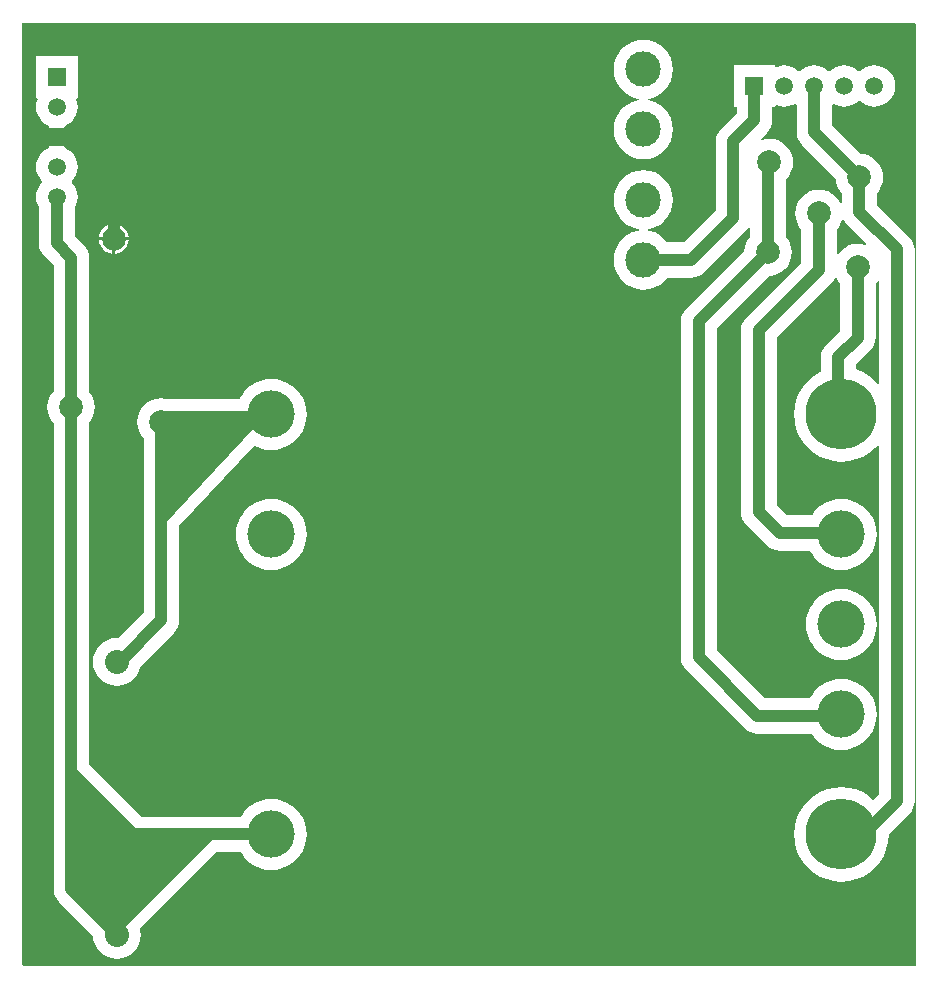
<source format=gtl>
G04*
G04 #@! TF.GenerationSoftware,Altium Limited,Altium Designer,19.0.10 (269)*
G04*
G04 Layer_Physical_Order=1*
G04 Layer_Color=255*
%FSLAX25Y25*%
%MOIN*%
G70*
G01*
G75*
%ADD10C,0.03937*%
%ADD11C,0.05906*%
%ADD12R,0.05906X0.05906*%
%ADD13R,0.05906X0.05906*%
%ADD14C,0.15748*%
%ADD15C,0.23622*%
%ADD16C,0.07874*%
%ADD17C,0.11811*%
%ADD18C,0.08000*%
G36*
X298000Y314000D02*
Y0D01*
X500D01*
X0Y500D01*
Y314500D01*
X297500D01*
X298000Y314000D01*
D02*
G37*
%LPC*%
G36*
X284000Y300423D02*
X282649Y300290D01*
X281351Y299896D01*
X280154Y299256D01*
X279366Y298610D01*
X279000Y298443D01*
X278634Y298610D01*
X277846Y299256D01*
X276649Y299896D01*
X275351Y300290D01*
X274000Y300423D01*
X272649Y300290D01*
X271351Y299896D01*
X270154Y299256D01*
X269366Y298610D01*
X269000Y298443D01*
X268634Y298610D01*
X267846Y299256D01*
X266649Y299896D01*
X265351Y300290D01*
X264000Y300423D01*
X262649Y300290D01*
X261351Y299896D01*
X260154Y299256D01*
X259366Y298610D01*
X259000Y298443D01*
X258634Y298610D01*
X257846Y299256D01*
X256649Y299896D01*
X255351Y300290D01*
X254000Y300423D01*
X252649Y300290D01*
X251390Y299908D01*
X251261Y299914D01*
X250890Y300136D01*
Y300390D01*
X237110D01*
Y286610D01*
X238066D01*
Y284458D01*
X232804Y279196D01*
X232066Y278297D01*
X231518Y277271D01*
X231180Y276158D01*
X231066Y275000D01*
Y251958D01*
X220542Y241434D01*
X214863D01*
X213993Y242493D01*
X212495Y243723D01*
X210785Y244637D01*
X208929Y245200D01*
X208435Y245249D01*
Y245751D01*
X208929Y245800D01*
X210785Y246363D01*
X212495Y247277D01*
X213993Y248507D01*
X215223Y250005D01*
X216137Y251715D01*
X216700Y253571D01*
X216890Y255500D01*
X216700Y257430D01*
X216137Y259285D01*
X215223Y260995D01*
X213993Y262493D01*
X212495Y263723D01*
X210785Y264637D01*
X208929Y265200D01*
X207000Y265390D01*
X205070Y265200D01*
X203215Y264637D01*
X201505Y263723D01*
X200007Y262493D01*
X198777Y260995D01*
X197863Y259285D01*
X197300Y257430D01*
X197110Y255500D01*
X197300Y253571D01*
X197863Y251715D01*
X198777Y250005D01*
X200007Y248507D01*
X201505Y247277D01*
X203215Y246363D01*
X205070Y245800D01*
X205565Y245751D01*
Y245249D01*
X205070Y245200D01*
X203215Y244637D01*
X201505Y243723D01*
X200007Y242493D01*
X198777Y240995D01*
X197863Y239285D01*
X197300Y237429D01*
X197110Y235500D01*
X197300Y233571D01*
X197863Y231715D01*
X198777Y230005D01*
X200007Y228507D01*
X201505Y227277D01*
X203215Y226363D01*
X205070Y225800D01*
X207000Y225610D01*
X208929Y225800D01*
X210785Y226363D01*
X212495Y227277D01*
X213993Y228507D01*
X214863Y229566D01*
X223000D01*
X224158Y229680D01*
X225271Y230018D01*
X226297Y230566D01*
X227196Y231304D01*
X241196Y245304D01*
X241934Y246203D01*
X242066Y246450D01*
X242566Y246325D01*
Y243181D01*
X241921Y242396D01*
X241190Y241028D01*
X240740Y239544D01*
X240640Y238532D01*
X221304Y219196D01*
X220566Y218297D01*
X220018Y217271D01*
X219680Y216158D01*
X219566Y215000D01*
Y103000D01*
X219680Y101842D01*
X220018Y100729D01*
X220566Y99703D01*
X221304Y98804D01*
X240804Y79304D01*
X241703Y78566D01*
X242729Y78018D01*
X243842Y77680D01*
X245000Y77566D01*
X263090D01*
X263415Y77036D01*
X264622Y75622D01*
X266036Y74415D01*
X267621Y73444D01*
X269339Y72732D01*
X271147Y72298D01*
X273000Y72153D01*
X274853Y72298D01*
X276661Y72732D01*
X278379Y73444D01*
X279964Y74415D01*
X281378Y75622D01*
X282585Y77036D01*
X283556Y78621D01*
X284268Y80339D01*
X284702Y82147D01*
X284847Y84000D01*
X284702Y85853D01*
X284268Y87661D01*
X283556Y89379D01*
X282585Y90964D01*
X281378Y92378D01*
X279964Y93585D01*
X278379Y94556D01*
X276661Y95268D01*
X274853Y95702D01*
X273000Y95847D01*
X271147Y95702D01*
X269339Y95268D01*
X267621Y94556D01*
X266036Y93585D01*
X264622Y92378D01*
X263415Y90964D01*
X262478Y89434D01*
X247458D01*
X231434Y105458D01*
Y212542D01*
X249032Y230140D01*
X250044Y230240D01*
X251528Y230690D01*
X252896Y231421D01*
X254095Y232405D01*
X255079Y233604D01*
X255810Y234972D01*
X256260Y236456D01*
X256412Y238000D01*
X256260Y239544D01*
X255810Y241028D01*
X255079Y242396D01*
X254434Y243181D01*
Y262274D01*
X254595Y262405D01*
X255579Y263604D01*
X256310Y264972D01*
X256760Y266456D01*
X256912Y268000D01*
X256760Y269544D01*
X256310Y271028D01*
X255579Y272396D01*
X254595Y273595D01*
X253396Y274579D01*
X252028Y275310D01*
X250544Y275760D01*
X249000Y275912D01*
X247456Y275760D01*
X246599Y275500D01*
X246334Y275942D01*
X248196Y277804D01*
X248196Y277804D01*
X248934Y278703D01*
X249482Y279729D01*
X249820Y280842D01*
X249934Y282000D01*
Y286610D01*
X250890D01*
Y286864D01*
X251261Y287087D01*
X251390Y287092D01*
X252649Y286710D01*
X254000Y286577D01*
X255351Y286710D01*
X256649Y287104D01*
X257566Y287594D01*
X258066Y287294D01*
Y278000D01*
X258180Y276842D01*
X258518Y275729D01*
X259066Y274703D01*
X259804Y273804D01*
X271140Y262468D01*
X271240Y261456D01*
X271690Y259972D01*
X272421Y258604D01*
X273066Y257819D01*
Y254609D01*
X272566Y254484D01*
X272079Y255396D01*
X271095Y256595D01*
X269896Y257579D01*
X268528Y258310D01*
X267044Y258760D01*
X265500Y258912D01*
X263956Y258760D01*
X262472Y258310D01*
X261104Y257579D01*
X259905Y256595D01*
X258921Y255396D01*
X258190Y254028D01*
X257740Y252544D01*
X257588Y251000D01*
X257740Y249456D01*
X258190Y247972D01*
X258921Y246604D01*
X259566Y245819D01*
Y234458D01*
X241304Y216196D01*
X240566Y215297D01*
X240018Y214271D01*
X239680Y213158D01*
X239566Y212000D01*
Y151500D01*
X239680Y150342D01*
X240018Y149229D01*
X240566Y148203D01*
X241304Y147304D01*
X248304Y140304D01*
X248304Y140304D01*
X249203Y139566D01*
X250229Y139018D01*
X251342Y138680D01*
X252500Y138566D01*
X262478D01*
X263415Y137036D01*
X264622Y135623D01*
X266036Y134415D01*
X267621Y133444D01*
X269339Y132732D01*
X271147Y132298D01*
X273000Y132152D01*
X274853Y132298D01*
X276661Y132732D01*
X278379Y133444D01*
X279964Y134415D01*
X281378Y135623D01*
X282585Y137036D01*
X283556Y138621D01*
X284268Y140339D01*
X284702Y142147D01*
X284847Y144000D01*
X284702Y145853D01*
X284268Y147661D01*
X283556Y149379D01*
X282585Y150964D01*
X281378Y152377D01*
X279964Y153585D01*
X278379Y154556D01*
X276661Y155268D01*
X274853Y155702D01*
X273000Y155848D01*
X271147Y155702D01*
X269339Y155268D01*
X267621Y154556D01*
X266036Y153585D01*
X264622Y152377D01*
X263415Y150964D01*
X263090Y150434D01*
X254958D01*
X251434Y153958D01*
Y209542D01*
X269696Y227804D01*
X270434Y228703D01*
X270868Y229515D01*
X271427Y229529D01*
X271921Y228604D01*
X272566Y227819D01*
Y211958D01*
X267804Y207196D01*
X267066Y206297D01*
X266518Y205271D01*
X266180Y204158D01*
X266066Y203000D01*
Y198173D01*
X265828Y198075D01*
X263715Y196780D01*
X261830Y195170D01*
X260220Y193285D01*
X258925Y191172D01*
X257976Y188882D01*
X257398Y186471D01*
X257203Y184000D01*
X257398Y181529D01*
X257976Y179119D01*
X258925Y176828D01*
X260220Y174715D01*
X261830Y172830D01*
X263715Y171220D01*
X265828Y169925D01*
X268119Y168976D01*
X270529Y168398D01*
X273000Y168203D01*
X275471Y168398D01*
X277882Y168976D01*
X280172Y169925D01*
X282285Y171220D01*
X284170Y172830D01*
X285097Y173915D01*
X285566Y173742D01*
X285566Y57458D01*
X283689Y55581D01*
X282285Y56780D01*
X280172Y58075D01*
X277882Y59024D01*
X275471Y59602D01*
X273000Y59797D01*
X270529Y59602D01*
X268119Y59024D01*
X265828Y58075D01*
X263715Y56780D01*
X261830Y55170D01*
X260220Y53285D01*
X258925Y51172D01*
X257976Y48882D01*
X257398Y46471D01*
X257203Y44000D01*
X257398Y41529D01*
X257976Y39118D01*
X258925Y36828D01*
X260220Y34715D01*
X261830Y32830D01*
X263715Y31220D01*
X265828Y29925D01*
X268119Y28976D01*
X270529Y28398D01*
X273000Y28203D01*
X275471Y28398D01*
X277882Y28976D01*
X280172Y29925D01*
X282285Y31220D01*
X284170Y32830D01*
X285780Y34715D01*
X287075Y36828D01*
X288024Y39118D01*
X288602Y41529D01*
X288789Y43896D01*
X295696Y50804D01*
X296434Y51703D01*
X296982Y52729D01*
X297320Y53842D01*
X297434Y55000D01*
X297434Y238500D01*
Y239000D01*
X297320Y240158D01*
X296982Y241271D01*
X296434Y242297D01*
X295696Y243196D01*
X284934Y253958D01*
Y257819D01*
X285579Y258604D01*
X286310Y259972D01*
X286760Y261456D01*
X286912Y263000D01*
X286760Y264544D01*
X286310Y266028D01*
X285579Y267396D01*
X284595Y268595D01*
X283396Y269579D01*
X282028Y270310D01*
X280544Y270760D01*
X279532Y270860D01*
X269934Y280458D01*
Y287294D01*
X270434Y287594D01*
X271351Y287104D01*
X272649Y286710D01*
X274000Y286577D01*
X275351Y286710D01*
X276649Y287104D01*
X277846Y287744D01*
X278634Y288390D01*
X279000Y288557D01*
X279366Y288390D01*
X280154Y287744D01*
X281351Y287104D01*
X282649Y286710D01*
X284000Y286577D01*
X285351Y286710D01*
X286649Y287104D01*
X287846Y287744D01*
X288895Y288605D01*
X289756Y289654D01*
X290396Y290851D01*
X290790Y292149D01*
X290923Y293500D01*
X290790Y294851D01*
X290396Y296149D01*
X289756Y297346D01*
X288895Y298395D01*
X287846Y299256D01*
X286649Y299896D01*
X285351Y300290D01*
X284000Y300423D01*
D02*
G37*
G36*
X18390Y303390D02*
X4610D01*
Y289610D01*
X4864D01*
X5086Y289239D01*
X5092Y289110D01*
X4710Y287851D01*
X4577Y286500D01*
X4710Y285149D01*
X5104Y283851D01*
X5744Y282654D01*
X6605Y281605D01*
X7654Y280744D01*
X8851Y280104D01*
X8938Y280077D01*
X9028Y279585D01*
X13972D01*
X14062Y280077D01*
X14149Y280104D01*
X15346Y280744D01*
X16395Y281605D01*
X17256Y282654D01*
X17896Y283851D01*
X18290Y285149D01*
X18423Y286500D01*
X18290Y287851D01*
X17908Y289110D01*
X17913Y289239D01*
X18136Y289610D01*
X18390D01*
Y303390D01*
D02*
G37*
G36*
X15421Y277000D02*
Y277000D01*
D01*
Y277000D01*
D02*
G37*
G36*
Y276000D02*
D01*
Y276000D01*
Y276000D01*
D02*
G37*
G36*
X207000Y308890D02*
X205070Y308700D01*
X203215Y308137D01*
X201505Y307223D01*
X200007Y305993D01*
X198777Y304495D01*
X197863Y302785D01*
X197300Y300929D01*
X197110Y299000D01*
X197300Y297071D01*
X197863Y295215D01*
X198777Y293505D01*
X200007Y292007D01*
X201505Y290777D01*
X203215Y289863D01*
X205070Y289300D01*
X205565Y289251D01*
Y288749D01*
X205070Y288700D01*
X203215Y288137D01*
X201505Y287223D01*
X200007Y285993D01*
X198777Y284495D01*
X197863Y282785D01*
X197300Y280929D01*
X197110Y279000D01*
X197300Y277070D01*
X197863Y275215D01*
X198777Y273505D01*
X200007Y272007D01*
X201505Y270777D01*
X203215Y269863D01*
X205070Y269300D01*
X207000Y269110D01*
X208929Y269300D01*
X210785Y269863D01*
X212495Y270777D01*
X213993Y272007D01*
X215223Y273505D01*
X216137Y275215D01*
X216700Y277070D01*
X216890Y279000D01*
X216700Y280929D01*
X216137Y282785D01*
X215223Y284495D01*
X213993Y285993D01*
X212495Y287223D01*
X210785Y288137D01*
X208929Y288700D01*
X208435Y288749D01*
Y289251D01*
X208929Y289300D01*
X210785Y289863D01*
X212495Y290777D01*
X213993Y292007D01*
X215223Y293505D01*
X216137Y295215D01*
X216700Y297071D01*
X216890Y299000D01*
X216700Y300929D01*
X216137Y302785D01*
X215223Y304495D01*
X213993Y305993D01*
X212495Y307223D01*
X210785Y308137D01*
X208929Y308700D01*
X207000Y308890D01*
D02*
G37*
G36*
X31000Y247414D02*
Y243000D01*
X35414D01*
X35310Y243789D01*
X34813Y244990D01*
X34021Y246021D01*
X32990Y246813D01*
X31789Y247310D01*
X31000Y247414D01*
D02*
G37*
G36*
X30000D02*
X29211Y247310D01*
X28010Y246813D01*
X26979Y246021D01*
X26188Y244990D01*
X25690Y243789D01*
X25586Y243000D01*
X30000D01*
Y247414D01*
D02*
G37*
G36*
X35414Y242000D02*
X31000D01*
Y237586D01*
X31789Y237690D01*
X32990Y238188D01*
X34021Y238979D01*
X34813Y240010D01*
X35310Y241211D01*
X35414Y242000D01*
D02*
G37*
G36*
X30000D02*
X25586D01*
X25690Y241211D01*
X26188Y240010D01*
X26979Y238979D01*
X28010Y238188D01*
X29211Y237690D01*
X30000Y237586D01*
Y242000D01*
D02*
G37*
G36*
X83000Y195847D02*
X81147Y195702D01*
X79339Y195268D01*
X77621Y194556D01*
X76036Y193585D01*
X74622Y192377D01*
X73415Y190964D01*
X72444Y189379D01*
X72275Y188971D01*
X48639D01*
X47686Y189260D01*
X46142Y189412D01*
X44599Y189260D01*
X43115Y188810D01*
X41747Y188079D01*
X40548Y187095D01*
X39564Y185896D01*
X38833Y184528D01*
X38382Y183044D01*
X38230Y181500D01*
X38382Y179956D01*
X38833Y178472D01*
X39564Y177104D01*
X40418Y176064D01*
Y117810D01*
X32031Y109423D01*
X31500Y109475D01*
X29944Y109322D01*
X28448Y108868D01*
X27069Y108131D01*
X25861Y107140D01*
X24869Y105931D01*
X24132Y104552D01*
X23678Y103056D01*
X23525Y101500D01*
X23678Y99944D01*
X24132Y98448D01*
X24869Y97069D01*
X25861Y95860D01*
X27069Y94869D01*
X28448Y94132D01*
X29944Y93678D01*
X31500Y93525D01*
X33056Y93678D01*
X34552Y94132D01*
X35931Y94869D01*
X37139Y95860D01*
X38131Y97069D01*
X38868Y98448D01*
X39316Y99924D01*
X50548Y111156D01*
X51286Y112055D01*
X51834Y113081D01*
X52172Y114194D01*
X52286Y115352D01*
Y146766D01*
X77325Y173625D01*
X77621Y173444D01*
X79339Y172732D01*
X81147Y172298D01*
X83000Y172152D01*
X84853Y172298D01*
X86661Y172732D01*
X88379Y173444D01*
X89964Y174415D01*
X91378Y175622D01*
X92585Y177036D01*
X93556Y178621D01*
X94268Y180339D01*
X94702Y182147D01*
X94848Y184000D01*
X94702Y185853D01*
X94268Y187661D01*
X93556Y189379D01*
X92585Y190964D01*
X91378Y192377D01*
X89964Y193585D01*
X88379Y194556D01*
X86661Y195268D01*
X84853Y195702D01*
X83000Y195847D01*
D02*
G37*
G36*
Y155848D02*
X81147Y155702D01*
X79339Y155268D01*
X77621Y154556D01*
X76036Y153585D01*
X74622Y152377D01*
X73415Y150964D01*
X72444Y149379D01*
X71732Y147661D01*
X71298Y145853D01*
X71153Y144000D01*
X71298Y142147D01*
X71732Y140339D01*
X72444Y138621D01*
X73415Y137036D01*
X74622Y135623D01*
X76036Y134415D01*
X77621Y133444D01*
X79339Y132732D01*
X81147Y132298D01*
X83000Y132152D01*
X84853Y132298D01*
X86661Y132732D01*
X88379Y133444D01*
X89964Y134415D01*
X91378Y135623D01*
X92585Y137036D01*
X93556Y138621D01*
X94268Y140339D01*
X94702Y142147D01*
X94848Y144000D01*
X94702Y145853D01*
X94268Y147661D01*
X93556Y149379D01*
X92585Y150964D01*
X91378Y152377D01*
X89964Y153585D01*
X88379Y154556D01*
X86661Y155268D01*
X84853Y155702D01*
X83000Y155848D01*
D02*
G37*
G36*
X273000Y125847D02*
X271147Y125702D01*
X269339Y125268D01*
X267621Y124556D01*
X266036Y123585D01*
X264622Y122378D01*
X263415Y120964D01*
X262444Y119379D01*
X261732Y117661D01*
X261298Y115853D01*
X261153Y114000D01*
X261298Y112147D01*
X261732Y110339D01*
X262444Y108621D01*
X263415Y107036D01*
X264622Y105622D01*
X266036Y104415D01*
X267621Y103444D01*
X269339Y102732D01*
X271147Y102298D01*
X273000Y102153D01*
X274853Y102298D01*
X276661Y102732D01*
X278379Y103444D01*
X279964Y104415D01*
X281378Y105622D01*
X282585Y107036D01*
X283556Y108621D01*
X284268Y110339D01*
X284702Y112147D01*
X284847Y114000D01*
X284702Y115853D01*
X284268Y117661D01*
X283556Y119379D01*
X282585Y120964D01*
X281378Y122378D01*
X279964Y123585D01*
X278379Y124556D01*
X276661Y125268D01*
X274853Y125702D01*
X273000Y125847D01*
D02*
G37*
G36*
X13972Y273415D02*
X9028D01*
X8938Y272923D01*
X8851Y272896D01*
X7654Y272256D01*
X6605Y271395D01*
X5744Y270346D01*
X5104Y269149D01*
X4710Y267851D01*
X4577Y266500D01*
X4710Y265149D01*
X5104Y263851D01*
X5744Y262654D01*
X6605Y261605D01*
Y261395D01*
X5744Y260346D01*
X5104Y259149D01*
X4710Y257851D01*
X4577Y256500D01*
X4710Y255149D01*
X5104Y253851D01*
X5566Y252986D01*
Y241000D01*
X5680Y239842D01*
X6018Y238729D01*
X6566Y237703D01*
X7304Y236804D01*
X10418Y233690D01*
Y191936D01*
X9564Y190896D01*
X8833Y189528D01*
X8382Y188044D01*
X8230Y186500D01*
X8382Y184956D01*
X8833Y183472D01*
X9564Y182104D01*
X10418Y181064D01*
Y44000D01*
Y25648D01*
X10531Y24491D01*
X10869Y23378D01*
X11418Y22352D01*
X12156Y21452D01*
X23570Y10038D01*
X23678Y8944D01*
X24132Y7448D01*
X24869Y6069D01*
X25861Y4860D01*
X27069Y3869D01*
X28448Y3132D01*
X29944Y2678D01*
X31500Y2525D01*
X33056Y2678D01*
X34552Y3132D01*
X35931Y3869D01*
X37139Y4860D01*
X38131Y6069D01*
X38868Y7448D01*
X39322Y8944D01*
X39475Y10500D01*
X39322Y12056D01*
X39171Y12555D01*
X64682Y38066D01*
X72784D01*
X73415Y37036D01*
X74622Y35623D01*
X76036Y34415D01*
X77621Y33444D01*
X79339Y32732D01*
X81147Y32298D01*
X83000Y32153D01*
X84853Y32298D01*
X86661Y32732D01*
X88379Y33444D01*
X89964Y34415D01*
X91378Y35623D01*
X92585Y37036D01*
X93556Y38621D01*
X94268Y40339D01*
X94702Y42147D01*
X94848Y44000D01*
X94702Y45853D01*
X94268Y47661D01*
X93556Y49379D01*
X92585Y50964D01*
X91378Y52377D01*
X89964Y53585D01*
X88379Y54556D01*
X86661Y55268D01*
X84853Y55702D01*
X83000Y55848D01*
X81147Y55702D01*
X79339Y55268D01*
X77621Y54556D01*
X76036Y53585D01*
X74622Y52377D01*
X73415Y50964D01*
X72784Y49934D01*
X39682D01*
X22286Y67330D01*
Y181574D01*
X22721Y182104D01*
X23452Y183472D01*
X23902Y184956D01*
X24054Y186500D01*
X23902Y188044D01*
X23452Y189528D01*
X22721Y190896D01*
X22286Y191426D01*
Y236148D01*
X22172Y237306D01*
X21834Y238419D01*
X21286Y239445D01*
X20548Y240344D01*
X17434Y243458D01*
Y252986D01*
X17896Y253851D01*
X18290Y255149D01*
X18423Y256500D01*
X18290Y257851D01*
X17896Y259149D01*
X17256Y260346D01*
X16610Y261134D01*
X16443Y261500D01*
X16610Y261866D01*
X17256Y262654D01*
X17896Y263851D01*
X18290Y265149D01*
X18423Y266500D01*
X18290Y267851D01*
X17896Y269149D01*
X17256Y270346D01*
X16395Y271395D01*
X15346Y272256D01*
X14149Y272896D01*
X14062Y272923D01*
X13972Y273415D01*
D02*
G37*
%LPD*%
G36*
X274066Y248203D02*
X274804Y247304D01*
X281166Y240942D01*
X280901Y240500D01*
X280044Y240760D01*
X278500Y240912D01*
X276956Y240760D01*
X275472Y240310D01*
X274104Y239579D01*
X272905Y238595D01*
X271934Y237411D01*
X271891Y237409D01*
X271434Y237592D01*
Y245819D01*
X272079Y246604D01*
X272810Y247972D01*
X273104Y248942D01*
X273643Y248995D01*
X274066Y248203D01*
D02*
G37*
G36*
X285566Y228408D02*
X285566Y194258D01*
X285097Y194085D01*
X284170Y195170D01*
X282285Y196780D01*
X280172Y198075D01*
X277934Y199002D01*
Y200542D01*
X282696Y205304D01*
X283434Y206203D01*
X283982Y207229D01*
X284320Y208342D01*
X284434Y209500D01*
Y227819D01*
X285066Y228589D01*
X285109Y228591D01*
X285566Y228408D01*
D02*
G37*
G36*
X46142Y146000D02*
Y185000D01*
X82500D01*
X46142Y146000D01*
D02*
G37*
G36*
X39500Y44500D02*
X65500D01*
X31500Y10500D01*
X16352Y25648D01*
Y44000D01*
X16602Y44250D01*
X16355Y67645D01*
X39500Y44500D01*
D02*
G37*
D10*
X16352Y44000D02*
Y236148D01*
Y25648D02*
Y44000D01*
X82000Y46500D02*
X87500Y41000D01*
X16352Y44000D02*
X83000D01*
X16352Y25648D02*
X31500Y10500D01*
X273000Y83000D02*
X275500D01*
X272500Y83500D02*
X273000Y83000D01*
X275500D02*
X277500Y81000D01*
X245000Y83500D02*
X272500D01*
X225500Y103000D02*
X245000Y83500D01*
X252500Y144500D02*
X274000D01*
X277500Y141000D01*
X245500Y151500D02*
X252500Y144500D01*
X82500Y81000D02*
X87500D01*
X78500Y85000D02*
X82500Y81000D01*
X67500Y85000D02*
X78500D01*
X59500Y93000D02*
X67500Y85000D01*
X245500Y151500D02*
Y212000D01*
X225500Y103000D02*
Y215000D01*
X272000Y186500D02*
X277500Y181000D01*
X278500Y209500D02*
Y233000D01*
X272000Y203000D02*
X278500Y209500D01*
X272000Y186500D02*
Y203000D01*
X30500Y242500D02*
Y265000D01*
X244000Y282000D02*
Y293500D01*
X237000Y275000D02*
X244000Y282000D01*
X237000Y249500D02*
Y275000D01*
X223000Y235500D02*
X237000Y249500D01*
X291500Y238500D02*
X291500Y55000D01*
X291500Y238500D02*
Y239000D01*
X279000Y251500D02*
X291500Y239000D01*
X279000Y251500D02*
Y263000D01*
X277500Y41000D02*
X291500Y55000D01*
X245500Y212000D02*
X265500Y232000D01*
Y251000D01*
X46352Y181000D02*
X87500D01*
X46352Y115352D02*
Y181000D01*
X32500Y101500D02*
X46352Y115352D01*
X12046Y275954D02*
X19546D01*
X30500Y265000D01*
X225500Y215000D02*
X248500Y238000D01*
X207000Y235500D02*
X223000D01*
X11500Y241000D02*
X16352Y236148D01*
X11500Y241000D02*
Y256500D01*
X248500Y238000D02*
Y262800D01*
X249000Y268000D01*
X264000Y278000D02*
Y293500D01*
Y278000D02*
X279000Y263000D01*
D11*
X284000Y293500D02*
D03*
X274000D02*
D03*
X264000D02*
D03*
X254000D02*
D03*
X11500Y256500D02*
D03*
Y266500D02*
D03*
Y276500D02*
D03*
Y286500D02*
D03*
D12*
X244000Y293500D02*
D03*
D13*
X11500Y296500D02*
D03*
D14*
X273000Y114000D02*
D03*
X83000Y44000D02*
D03*
Y84000D02*
D03*
Y144000D02*
D03*
Y184000D02*
D03*
X273000Y84000D02*
D03*
Y144000D02*
D03*
D15*
Y184000D02*
D03*
Y44000D02*
D03*
D16*
X16142Y186500D02*
D03*
X46142Y181500D02*
D03*
X248500Y238000D02*
D03*
X278500Y233000D02*
D03*
X279000Y263000D02*
D03*
X249000Y268000D02*
D03*
X59500Y93000D02*
D03*
X30500Y242500D02*
D03*
X265500Y251000D02*
D03*
D17*
X207000Y255500D02*
D03*
Y235500D02*
D03*
Y299000D02*
D03*
Y279000D02*
D03*
D18*
X31500Y10500D02*
D03*
Y101500D02*
D03*
M02*

</source>
